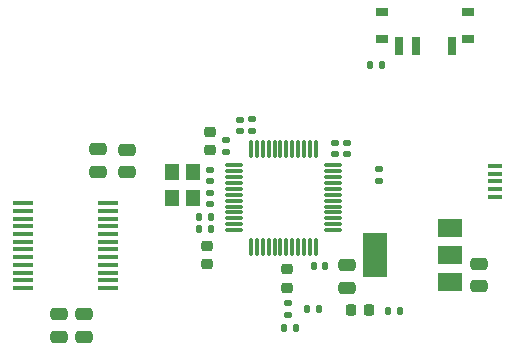
<source format=gbr>
%TF.GenerationSoftware,KiCad,Pcbnew,(6.0.11)*%
%TF.CreationDate,2023-06-03T19:27:43-07:00*%
%TF.ProjectId,stm32_PendCartBoard,73746d33-325f-4506-956e-644361727442,rev?*%
%TF.SameCoordinates,Original*%
%TF.FileFunction,Paste,Top*%
%TF.FilePolarity,Positive*%
%FSLAX46Y46*%
G04 Gerber Fmt 4.6, Leading zero omitted, Abs format (unit mm)*
G04 Created by KiCad (PCBNEW (6.0.11)) date 2023-06-03 19:27:43*
%MOMM*%
%LPD*%
G01*
G04 APERTURE LIST*
G04 Aperture macros list*
%AMRoundRect*
0 Rectangle with rounded corners*
0 $1 Rounding radius*
0 $2 $3 $4 $5 $6 $7 $8 $9 X,Y pos of 4 corners*
0 Add a 4 corners polygon primitive as box body*
4,1,4,$2,$3,$4,$5,$6,$7,$8,$9,$2,$3,0*
0 Add four circle primitives for the rounded corners*
1,1,$1+$1,$2,$3*
1,1,$1+$1,$4,$5*
1,1,$1+$1,$6,$7*
1,1,$1+$1,$8,$9*
0 Add four rect primitives between the rounded corners*
20,1,$1+$1,$2,$3,$4,$5,0*
20,1,$1+$1,$4,$5,$6,$7,0*
20,1,$1+$1,$6,$7,$8,$9,0*
20,1,$1+$1,$8,$9,$2,$3,0*%
G04 Aperture macros list end*
%ADD10RoundRect,0.218750X0.256250X-0.218750X0.256250X0.218750X-0.256250X0.218750X-0.256250X-0.218750X0*%
%ADD11RoundRect,0.135000X0.185000X-0.135000X0.185000X0.135000X-0.185000X0.135000X-0.185000X-0.135000X0*%
%ADD12RoundRect,0.140000X0.140000X0.170000X-0.140000X0.170000X-0.140000X-0.170000X0.140000X-0.170000X0*%
%ADD13RoundRect,0.225000X0.250000X-0.225000X0.250000X0.225000X-0.250000X0.225000X-0.250000X-0.225000X0*%
%ADD14RoundRect,0.218750X0.218750X0.256250X-0.218750X0.256250X-0.218750X-0.256250X0.218750X-0.256250X0*%
%ADD15R,1.300000X0.450000*%
%ADD16RoundRect,0.250000X-0.475000X0.250000X-0.475000X-0.250000X0.475000X-0.250000X0.475000X0.250000X0*%
%ADD17RoundRect,0.250000X0.475000X-0.250000X0.475000X0.250000X-0.475000X0.250000X-0.475000X-0.250000X0*%
%ADD18R,2.000000X1.500000*%
%ADD19R,2.000000X3.800000*%
%ADD20RoundRect,0.140000X0.170000X-0.140000X0.170000X0.140000X-0.170000X0.140000X-0.170000X-0.140000X0*%
%ADD21RoundRect,0.135000X-0.135000X-0.185000X0.135000X-0.185000X0.135000X0.185000X-0.135000X0.185000X0*%
%ADD22RoundRect,0.218750X-0.256250X0.218750X-0.256250X-0.218750X0.256250X-0.218750X0.256250X0.218750X0*%
%ADD23R,1.750000X0.450000*%
%ADD24R,1.200000X1.400000*%
%ADD25RoundRect,0.135000X-0.185000X0.135000X-0.185000X-0.135000X0.185000X-0.135000X0.185000X0.135000X0*%
%ADD26RoundRect,0.135000X0.135000X0.185000X-0.135000X0.185000X-0.135000X-0.185000X0.135000X-0.185000X0*%
%ADD27R,1.000000X0.800000*%
%ADD28R,0.700000X1.500000*%
%ADD29RoundRect,0.140000X-0.170000X0.140000X-0.170000X-0.140000X0.170000X-0.140000X0.170000X0.140000X0*%
%ADD30RoundRect,0.075000X-0.662500X-0.075000X0.662500X-0.075000X0.662500X0.075000X-0.662500X0.075000X0*%
%ADD31RoundRect,0.075000X-0.075000X-0.662500X0.075000X-0.662500X0.075000X0.662500X-0.075000X0.662500X0*%
G04 APERTURE END LIST*
D10*
%TO.C,D2*%
X138200000Y-66097500D03*
X138200000Y-64522500D03*
%TD*%
D11*
%TO.C,R6*%
X138310000Y-68440000D03*
X138310000Y-67420000D03*
%TD*%
D12*
%TO.C,C9*%
X131760000Y-61150000D03*
X130800000Y-61150000D03*
%TD*%
D13*
%TO.C,C3*%
X131750000Y-54455000D03*
X131750000Y-52905000D03*
%TD*%
D14*
%TO.C,D1*%
X145187500Y-68010000D03*
X143612500Y-68010000D03*
%TD*%
D15*
%TO.C,J3*%
X155830000Y-58400000D03*
X155830000Y-57750000D03*
X155830000Y-57100000D03*
X155830000Y-56450000D03*
X155830000Y-55800000D03*
%TD*%
D16*
%TO.C,C16*%
X121070000Y-68340000D03*
X121070000Y-70240000D03*
%TD*%
D17*
%TO.C,C15*%
X124670000Y-56320000D03*
X124670000Y-54420000D03*
%TD*%
D18*
%TO.C,U1*%
X152000000Y-65630000D03*
X152000000Y-63330000D03*
D19*
X145700000Y-63330000D03*
D18*
X152000000Y-61030000D03*
%TD*%
D20*
%TO.C,C4*%
X142270000Y-54770000D03*
X142270000Y-53810000D03*
%TD*%
D12*
%TO.C,C8*%
X131760000Y-60110000D03*
X130800000Y-60110000D03*
%TD*%
D20*
%TO.C,C11*%
X133050000Y-54570000D03*
X133050000Y-53610000D03*
%TD*%
D21*
%TO.C,R2*%
X145300000Y-47230000D03*
X146320000Y-47230000D03*
%TD*%
D20*
%TO.C,C7*%
X135270000Y-52800000D03*
X135270000Y-51840000D03*
%TD*%
D21*
%TO.C,R1*%
X146760000Y-68050000D03*
X147780000Y-68050000D03*
%TD*%
D22*
%TO.C,FB1*%
X131450000Y-62552500D03*
X131450000Y-64127500D03*
%TD*%
D20*
%TO.C,C12*%
X131690000Y-57100000D03*
X131690000Y-56140000D03*
%TD*%
D12*
%TO.C,C10*%
X141470000Y-64240000D03*
X140510000Y-64240000D03*
%TD*%
D16*
%TO.C,C17*%
X118890000Y-68350000D03*
X118890000Y-70250000D03*
%TD*%
D17*
%TO.C,C14*%
X122250000Y-56280000D03*
X122250000Y-54380000D03*
%TD*%
D21*
%TO.C,R4*%
X137950000Y-69490000D03*
X138970000Y-69490000D03*
%TD*%
D23*
%TO.C,U3*%
X115850000Y-58965000D03*
X115850000Y-59615000D03*
X115850000Y-60265000D03*
X115850000Y-60915000D03*
X115850000Y-61565000D03*
X115850000Y-62215000D03*
X115850000Y-62865000D03*
X115850000Y-63515000D03*
X115850000Y-64165000D03*
X115850000Y-64815000D03*
X115850000Y-65465000D03*
X115850000Y-66115000D03*
X123050000Y-66115000D03*
X123050000Y-65465000D03*
X123050000Y-64815000D03*
X123050000Y-64165000D03*
X123050000Y-63515000D03*
X123050000Y-62865000D03*
X123050000Y-62215000D03*
X123050000Y-61565000D03*
X123050000Y-60915000D03*
X123050000Y-60265000D03*
X123050000Y-59615000D03*
X123050000Y-58965000D03*
%TD*%
D17*
%TO.C,C2*%
X143280000Y-66110000D03*
X143280000Y-64210000D03*
%TD*%
D24*
%TO.C,Y1*%
X128540000Y-56280000D03*
X128540000Y-58480000D03*
X130240000Y-58480000D03*
X130240000Y-56280000D03*
%TD*%
D20*
%TO.C,C5*%
X143350000Y-54780000D03*
X143350000Y-53820000D03*
%TD*%
D25*
%TO.C,R3*%
X146060000Y-56060000D03*
X146060000Y-57080000D03*
%TD*%
D26*
%TO.C,R5*%
X140950000Y-67920000D03*
X139930000Y-67920000D03*
%TD*%
D27*
%TO.C,SW1*%
X146300000Y-45005000D03*
X146300000Y-42795000D03*
X153600000Y-42795000D03*
X153600000Y-45005000D03*
D28*
X152200000Y-45655000D03*
X149200000Y-45655000D03*
X147700000Y-45655000D03*
%TD*%
D29*
%TO.C,C13*%
X131690000Y-58090000D03*
X131690000Y-59050000D03*
%TD*%
D20*
%TO.C,C6*%
X134240000Y-52830000D03*
X134240000Y-51870000D03*
%TD*%
D16*
%TO.C,C1*%
X154520000Y-64080000D03*
X154520000Y-65980000D03*
%TD*%
D30*
%TO.C,U2*%
X133767500Y-55730000D03*
X133767500Y-56230000D03*
X133767500Y-56730000D03*
X133767500Y-57230000D03*
X133767500Y-57730000D03*
X133767500Y-58230000D03*
X133767500Y-58730000D03*
X133767500Y-59230000D03*
X133767500Y-59730000D03*
X133767500Y-60230000D03*
X133767500Y-60730000D03*
X133767500Y-61230000D03*
D31*
X135180000Y-62642500D03*
X135680000Y-62642500D03*
X136180000Y-62642500D03*
X136680000Y-62642500D03*
X137180000Y-62642500D03*
X137680000Y-62642500D03*
X138180000Y-62642500D03*
X138680000Y-62642500D03*
X139180000Y-62642500D03*
X139680000Y-62642500D03*
X140180000Y-62642500D03*
X140680000Y-62642500D03*
D30*
X142092500Y-61230000D03*
X142092500Y-60730000D03*
X142092500Y-60230000D03*
X142092500Y-59730000D03*
X142092500Y-59230000D03*
X142092500Y-58730000D03*
X142092500Y-58230000D03*
X142092500Y-57730000D03*
X142092500Y-57230000D03*
X142092500Y-56730000D03*
X142092500Y-56230000D03*
X142092500Y-55730000D03*
D31*
X140680000Y-54317500D03*
X140180000Y-54317500D03*
X139680000Y-54317500D03*
X139180000Y-54317500D03*
X138680000Y-54317500D03*
X138180000Y-54317500D03*
X137680000Y-54317500D03*
X137180000Y-54317500D03*
X136680000Y-54317500D03*
X136180000Y-54317500D03*
X135680000Y-54317500D03*
X135180000Y-54317500D03*
%TD*%
M02*

</source>
